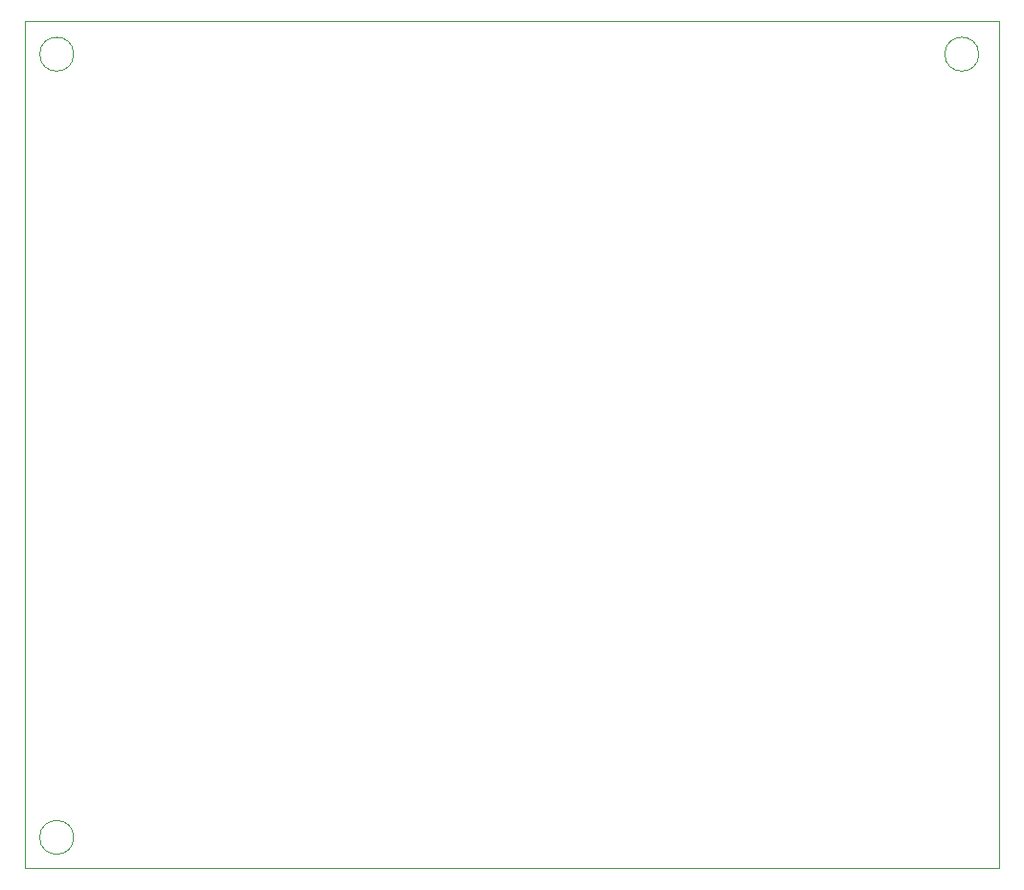
<source format=gbr>
%TF.GenerationSoftware,KiCad,Pcbnew,7.0.6*%
%TF.CreationDate,2023-07-14T20:33:36-05:00*%
%TF.ProjectId,RTD,5254442e-6b69-4636-9164-5f7063625858,rev?*%
%TF.SameCoordinates,Original*%
%TF.FileFunction,Profile,NP*%
%FSLAX46Y46*%
G04 Gerber Fmt 4.6, Leading zero omitted, Abs format (unit mm)*
G04 Created by KiCad (PCBNEW 7.0.6) date 2023-07-14 20:33:36*
%MOMM*%
%LPD*%
G01*
G04 APERTURE LIST*
%TA.AperFunction,Profile*%
%ADD10C,0.100000*%
%TD*%
G04 APERTURE END LIST*
D10*
X96000000Y-49900000D02*
G75*
G03*
X96000000Y-49900000I-1500000J0D01*
G01*
X96000000Y-119190000D02*
G75*
G03*
X96000000Y-119190000I-1500000J0D01*
G01*
X176000000Y-49900000D02*
G75*
G03*
X176000000Y-49900000I-1500000J0D01*
G01*
X91694000Y-46980000D02*
X177800000Y-46980000D01*
X177800000Y-121920000D01*
X91694000Y-121920000D01*
X91694000Y-46980000D01*
M02*

</source>
